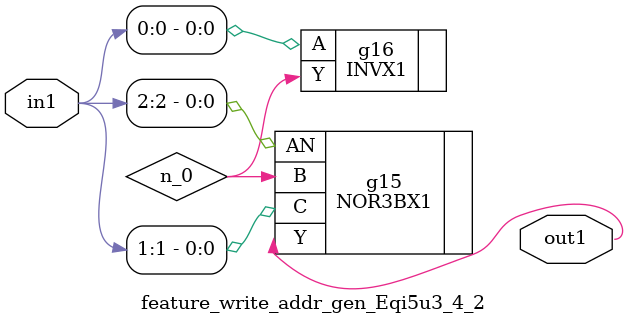
<source format=v>
`timescale 1ps / 1ps


module feature_write_addr_gen_Eqi5u3_4_2(in1, out1);
  input [2:0] in1;
  output out1;
  wire [2:0] in1;
  wire out1;
  wire n_0;
  NOR3BX1 g15(.AN (in1[2]), .B (n_0), .C (in1[1]), .Y (out1));
  INVX1 g16(.A (in1[0]), .Y (n_0));
endmodule



</source>
